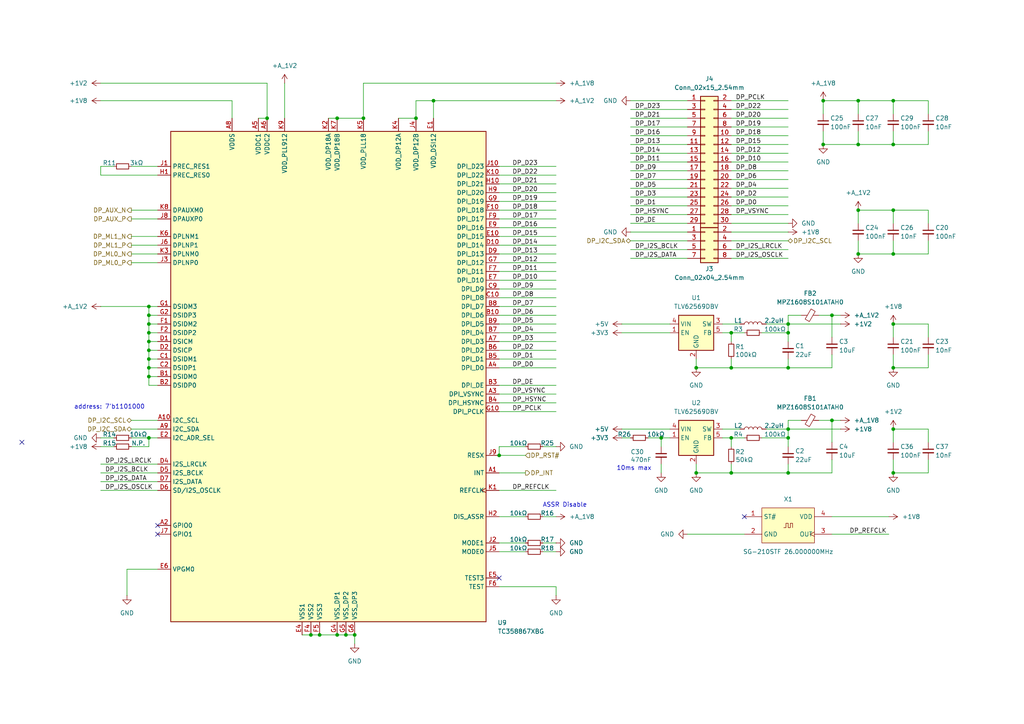
<source format=kicad_sch>
(kicad_sch (version 20250114) (generator "eeschema") (generator_version "9.0")
  (paper "A4")
  (lib_symbols
    (symbol "Connector_Generic:Conn_02x04_Odd_Even" (pin_names (offset 1.016) (hide yes))
      (property "Reference" "J" (at 1.27 5.08 0))
      (property "Value" "Conn_02x04_Odd_Even" (at 1.27 -7.62 0))
      (symbol "Conn_02x04_Odd_Even_1_1"
        (pin passive line (at -5.08 2.54 0) (length 3.81) (name "Pin_1") (number "1"))
        (pin passive line (at -5.08 0 0) (length 3.81) (name "Pin_3") (number "3"))
        (pin passive line (at -5.08 -2.54 0) (length 3.81) (name "Pin_5") (number "5"))
        (pin passive line (at -5.08 -5.08 0) (length 3.81) (name "Pin_7") (number "7"))
        (pin passive line (at 7.62 2.54 180) (length 3.81) (name "Pin_2") (number "2"))
        (pin passive line (at 7.62 0 180) (length 3.81) (name "Pin_4") (number "4"))
        (pin passive line (at 7.62 -2.54 180) (length 3.81) (name "Pin_6") (number "6"))
        (pin passive line (at 7.62 -5.08 180) (length 3.81) (name "Pin_8") (number "8"))
      )
    )
    (symbol "Connector_Generic:Conn_02x15_Odd_Even" (pin_names (offset 1.016) (hide yes))
      (property "Reference" "J" (at 1.27 20.32 0))
      (property "Value" "Conn_02x15_Odd_Even" (at 1.27 -20.32 0))
      (symbol "Conn_02x15_Odd_Even_1_1"
        (pin passive line (at -5.08 17.78 0) (length 3.81) (name "Pin_1") (number "1"))
        (pin passive line (at -5.08 15.24 0) (length 3.81) (name "Pin_3") (number "3"))
        (pin passive line (at -5.08 12.7 0) (length 3.81) (name "Pin_5") (number "5"))
        (pin passive line (at -5.08 10.16 0) (length 3.81) (name "Pin_7") (number "7"))
        (pin passive line (at -5.08 7.62 0) (length 3.81) (name "Pin_9") (number "9"))
        (pin passive line (at -5.08 5.08 0) (length 3.81) (name "Pin_11") (number "11"))
        (pin passive line (at -5.08 2.54 0) (length 3.81) (name "Pin_13") (number "13"))
        (pin passive line (at -5.08 0 0) (length 3.81) (name "Pin_15") (number "15"))
        (pin passive line (at -5.08 -2.54 0) (length 3.81) (name "Pin_17") (number "17"))
        (pin passive line (at -5.08 -5.08 0) (length 3.81) (name "Pin_19") (number "19"))
        (pin passive line (at -5.08 -7.62 0) (length 3.81) (name "Pin_21") (number "21"))
        (pin passive line (at -5.08 -10.16 0) (length 3.81) (name "Pin_23") (number "23"))
        (pin passive line (at -5.08 -12.7 0) (length 3.81) (name "Pin_25") (number "25"))
        (pin passive line (at -5.08 -15.24 0) (length 3.81) (name "Pin_27") (number "27"))
        (pin passive line (at -5.08 -17.78 0) (length 3.81) (name "Pin_29") (number "29"))
        (pin passive line (at 7.62 17.78 180) (length 3.81) (name "Pin_2") (number "2"))
        (pin passive line (at 7.62 15.24 180) (length 3.81) (name "Pin_4") (number "4"))
        (pin passive line (at 7.62 12.7 180) (length 3.81) (name "Pin_6") (number "6"))
        (pin passive line (at 7.62 10.16 180) (length 3.81) (name "Pin_8") (number "8"))
        (pin passive line (at 7.62 7.62 180) (length 3.81) (name "Pin_10") (number "10"))
        (pin passive line (at 7.62 5.08 180) (length 3.81) (name "Pin_12") (number "12"))
        (pin passive line (at 7.62 2.54 180) (length 3.81) (name "Pin_14") (number "14"))
        (pin passive line (at 7.62 0 180) (length 3.81) (name "Pin_16") (number "16"))
        (pin passive line (at 7.62 -2.54 180) (length 3.81) (name "Pin_18") (number "18"))
        (pin passive line (at 7.62 -5.08 180) (length 3.81) (name "Pin_20") (number "20"))
        (pin passive line (at 7.62 -7.62 180) (length 3.81) (name "Pin_22") (number "22"))
        (pin passive line (at 7.62 -10.16 180) (length 3.81) (name "Pin_24") (number "24"))
        (pin passive line (at 7.62 -12.7 180) (length 3.81) (name "Pin_26") (number "26"))
        (pin passive line (at 7.62 -15.24 180) (length 3.81) (name "Pin_28") (number "28"))
        (pin passive line (at 7.62 -17.78 180) (length 3.81) (name "Pin_30") (number "30"))
      )
    )
    (symbol "Device:C_Small" (pin_numbers (hide yes)) (pin_names (offset 0.254) (hide yes))
      (property "Reference" "C" (at 0.254 1.778 0))
      (property "Value" "C_Small" (at 0.254 -2.032 0))
      (symbol "C_Small_1_1"
        (pin passive line (at 0 2.54 270) (length 2.032) (name "~") (number "1"))
        (pin passive line (at 0 -2.54 90) (length 2.032) (name "~") (number "2"))
      )
    )
    (symbol "Device:FerriteBead_Small" (pin_numbers (hide yes)) (pin_names (offset 0))
      (property "Reference" "FB" (at 1.905 1.27 0))
      (property "Value" "FerriteBead_Small" (at 1.905 -1.27 0))
      (symbol "FerriteBead_Small_1_1"
        (pin passive line (at 0 2.54 270) (length 1.27) (name "~") (number "1"))
        (pin passive line (at 0 -2.54 90) (length 1.27) (name "~") (number "2"))
      )
    )
    (symbol "Device:L" (pin_numbers (hide yes)) (pin_names (offset 1.016) (hide yes))
      (property "Reference" "L" (at -1.27 0 90))
      (property "Value" "L" (at 1.905 0 90))
      (symbol "L_1_1"
        (pin passive line (at 0 3.81 270) (length 1.27) (name "1") (number "1"))
        (pin passive line (at 0 -3.81 90) (length 1.27) (name "2") (number "2"))
      )
    )
    (symbol "Device:R_Small" (pin_numbers (hide yes)) (pin_names (offset 0.254) (hide yes))
      (property "Reference" "R" (at 0.762 0.508 0))
      (property "Value" "R_Small" (at 0.762 -1.016 0))
      (symbol "R_Small_1_1"
        (pin passive line (at 0 2.54 270) (length 0.762) (name "~") (number "1"))
        (pin passive line (at 0 -2.54 90) (length 0.762) (name "~") (number "2"))
      )
    )
    (symbol "Regulator_Switching:TLV62569DBV"
      (property "Reference" "U" (at -5.08 6.35 0))
      (property "Value" "TLV62569DBV" (at 0 6.35 0))
      (symbol "TLV62569DBV_1_1"
        (pin power_in line (at -7.62 2.54 0) (length 2.54) (name "VIN") (number "4"))
        (pin input line (at -7.62 0 0) (length 2.54) (name "EN") (number "1"))
        (pin power_in line (at 0 -7.62 90) (length 2.54) (name "GND") (number "2"))
        (pin power_out line (at 7.62 2.54 180) (length 2.54) (name "SW") (number "3"))
        (pin input line (at 7.62 0 180) (length 2.54) (name "FB") (number "5"))
      )
    )
    (symbol "User:SG-210STF"
      (property "Reference" "X1" (at 0 7.62 0))
      (property "Value" "SG-210STF 26.000000MHz" (at 0 -7.62 0))
      (symbol "SG-210STF_1_0"
        (pin output line (at -12.7 2.54 0) (length 5.08) (name "ST#") (number "1"))
        (pin power_in line (at -12.7 -2.54 0) (length 5.08) (name "GND") (number "2"))
        (pin power_in line (at 12.7 2.54 180) (length 5.08) (name "VDD") (number "4"))
        (pin output clock (at 12.7 -2.54 180) (length 5.08) (name "OUT") (number "3"))
      )
    )
    (symbol "User:TC358867XBG"
      (property "Reference" "U9" (at 9.8141 -73.66 0))
      (property "Value" "TC358867XBG" (at 9.906 -76.2 0))
      (symbol "TC358867XBG_1_1"
        (pin bidirectional line (at -49.53 60.96 0) (length 3.81) (name "PREC_RES1") (number "J1"))
        (pin bidirectional line (at -49.53 58.42 0) (length 3.81) (name "PREC_RES0") (number "H1"))
        (pin output line (at -49.53 48.26 0) (length 3.81) (name "DPAUXM0") (number "K8"))
        (pin output line (at -49.53 45.72 0) (length 3.81) (name "DPAUXP0") (number "J8"))
        (pin output line (at -49.53 40.64 0) (length 3.81) (name "DPLNM1") (number "K6"))
        (pin output line (at -49.53 38.1 0) (length 3.81) (name "DPLNP1") (number "J6"))
        (pin output line (at -49.53 35.56 0) (length 3.81) (name "DPLNM0") (number "K3"))
        (pin output line (at -49.53 33.02 0) (length 3.81) (name "DPLNP0") (number "J3"))
        (pin input line (at -49.53 20.32 0) (length 3.81) (name "DSIDM3") (number "G1"))
        (pin input line (at -49.53 17.78 0) (length 3.81) (name "DSIDP3") (number "G2"))
        (pin input line (at -49.53 15.24 0) (length 3.81) (name "DSIDM2") (number "F1"))
        (pin input line (at -49.53 12.7 0) (length 3.81) (name "DSIDP2") (number "F2"))
        (pin input line (at -49.53 10.16 0) (length 3.81) (name "DSICM") (number "D1"))
        (pin input line (at -49.53 7.62 0) (length 3.81) (name "DSICP") (number "D2"))
        (pin input line (at -49.53 5.08 0) (length 3.81) (name "DSIDM1") (number "C1"))
        (pin input line (at -49.53 2.54 0) (length 3.81) (name "DSIDP1") (number "C2"))
        (pin input line (at -49.53 0 0) (length 3.81) (name "DSIDM0") (number "B1"))
        (pin input line (at -49.53 -2.54 0) (length 3.81) (name "DSIDP0") (number "B2"))
        (pin input line (at -49.53 -12.7 0) (length 3.81) (name "I2C_SCL") (number "A10"))
        (pin input line (at -49.53 -15.24 0) (length 3.81) (name "I2C_SDA") (number "A9"))
        (pin input line (at -49.53 -17.78 0) (length 3.81) (name "I2C_ADR_SEL") (number "E2"))
        (pin input line (at -49.53 -25.4 0) (length 3.81) (name "I2S_LRCLK") (number "D4"))
        (pin input line (at -49.53 -27.94 0) (length 3.81) (name "I2S_BCLK") (number "D5"))
        (pin input line (at -49.53 -30.48 0) (length 3.81) (name "I2S_DATA") (number "D7"))
        (pin input line (at -49.53 -33.02 0) (length 3.81) (name "SD/I2S_OSCLK") (number "D6"))
        (pin tri_state line (at -49.53 -43.18 0) (length 3.81) (name "GPIO0") (number "A2"))
        (pin tri_state line (at -49.53 -45.72 0) (length 3.81) (name "GPIO1") (number "J7"))
        (pin power_in line (at -49.53 -55.88 0) (length 3.81) (name "VPGM0") (number "E6"))
        (pin power_in line (at -27.94 74.93 270) (length 3.81) (name "VDDS") (number "A8"))
        (pin power_in line (at -20.32 74.93 270) (length 3.81) (name "VDDC1") (number "A5"))
        (pin power_in line (at -17.78 74.93 270) (length 3.81) (name "VDDC2") (number "A6"))
        (pin power_in line (at -12.7 74.93 270) (length 3.81) (name "VDD_PLL912") (number "K9"))
        (pin power_in line (at -7.62 -74.93 90) (length 3.81) (name "VSS1") (number "E4"))
        (pin power_in line (at -5.08 -74.93 90) (length 3.81) (name "VSS2") (number "F4"))
        (pin power_in line (at -2.54 -74.93 90) (length 3.81) (name "VSS3") (number "F5"))
        (pin power_in line (at 0 74.93 270) (length 3.81) (name "VDD_DP18A") (number "K2"))
        (pin power_in line (at 2.54 74.93 270) (length 3.81) (name "VDD_DP18B") (number "K7"))
        (pin power_in line (at 2.54 -74.93 90) (length 3.81) (name "VSS_DP1") (number "G4"))
        (pin power_in line (at 5.08 -74.93 90) (length 3.81) (name "VSS_DP2") (number "G5"))
        (pin power_in line (at 7.62 -74.93 90) (length 3.81) (name "VSS_DP3") (number "G6"))
        (pin power_in line (at 10.16 74.93 270) (length 3.81) (name "VDD_PLL18") (number "K5"))
        (pin power_in line (at 20.32 74.93 270) (length 3.81) (name "VDD_DP12A") (number "K4"))
        (pin power_in line (at 25.4 74.93 270) (length 3.81) (name "VDD_DP12B") (number "J4"))
        (pin power_in line (at 30.48 74.93 270) (length 3.81) (name "VDD_DSI12") (number "E1"))
        (pin output line (at 49.53 60.96 180) (length 3.81) (name "DPI_D23") (number "J10"))
        (pin output line (at 49.53 58.42 180) (length 3.81) (name "DPI_D22") (number "K10"))
        (pin output line (at 49.53 55.88 180) (length 3.81) (name "DPI_D21") (number "H10"))
        (pin output line (at 49.53 53.34 180) (length 3.81) (name "DPI_D20") (number "H9"))
        (pin output line (at 49.53 50.8 180) (length 3.81) (name "DPI_D19") (number "G9"))
        (pin output line (at 49.53 48.26 180) (length 3.81) (name "DPI_D18") (number "F10"))
        (pin output line (at 49.53 45.72 180) (length 3.81) (name "DPI_D17") (number "F9"))
        (pin output line (at 49.53 43.18 180) (length 3.81) (name "DPI_D16") (number "E9"))
        (pin output line (at 49.53 40.64 180) (length 3.81) (name "DPI_D15") (number "E10"))
        (pin output line (at 49.53 38.1 180) (length 3.81) (name "DPI_D14") (number "D10"))
        (pin output line (at 49.53 35.56 180) (length 3.81) (name "DPI_D13") (number "D9"))
        (pin output line (at 49.53 33.02 180) (length 3.81) (name "DPI_D12") (number "G7"))
        (pin output line (at 49.53 30.48 180) (length 3.81) (name "DPI_D11") (number "F7"))
        (pin output line (at 49.53 27.94 180) (length 3.81) (name "DPI_D10") (number "E7"))
        (pin output line (at 49.53 25.4 180) (length 3.81) (name "DPI_D9") (number "C9"))
        (pin output line (at 49.53 22.86 180) (length 3.81) (name "DPI_D8") (number "C10"))
        (pin output line (at 49.53 20.32 180) (length 3.81) (name "DPI_D7") (number "B8"))
        (pin output line (at 49.53 17.78 180) (length 3.81) (name "DPI_D6") (number "B10"))
        (pin output line (at 49.53 15.24 180) (length 3.81) (name "DPI_D5") (number "B9"))
        (pin output line (at 49.53 12.7 180) (length 3.81) (name "DPI_D4") (number "B7"))
        (pin output line (at 49.53 10.16 180) (length 3.81) (name "DPI_D3") (number "A7"))
        (pin output line (at 49.53 7.62 180) (length 3.81) (name "DPI_D2") (number "B6"))
        (pin output line (at 49.53 5.08 180) (length 3.81) (name "DPI_D1") (number "B5"))
        (pin output line (at 49.53 2.54 180) (length 3.81) (name "DPI_D0") (number "A4"))
        (pin output line (at 49.53 -2.54 180) (length 3.81) (name "DPI_DE") (number "B3"))
        (pin output line (at 49.53 -5.08 180) (length 3.81) (name "DPI_VSYNC") (number "A3"))
        (pin output line (at 49.53 -7.62 180) (length 3.81) (name "DPI_HSYNC") (number "B4"))
        (pin output line (at 49.53 -10.16 180) (length 3.81) (name "DPI_PCLK") (number "G10"))
        (pin input line (at 49.53 -22.86 180) (length 3.81) (name "RESX") (number "J9"))
        (pin output line (at 49.53 -27.94 180) (length 3.81) (name "INT") (number "A1"))
        (pin input clock (at 49.53 -33.02 180) (length 3.81) (name "REFCLK") (number "K1"))
        (pin input line (at 49.53 -40.64 180) (length 3.81) (name "DIS_ASSR") (number "H2"))
        (pin input line (at 49.53 -48.26 180) (length 3.81) (name "MODE1") (number "J2"))
        (pin input line (at 49.53 -50.8 180) (length 3.81) (name "MODE0") (number "J5"))
        (pin output line (at 49.53 -58.42 180) (length 3.81) (name "TEST3") (number "E5"))
        (pin input line (at 49.53 -60.96 180) (length 3.81) (name "TEST") (number "F6"))
      )
    )
    (symbol "power:+3V3" (power) (pin_numbers (hide yes)) (pin_names (offset 0) (hide yes))
      (property "Value" "+3V3" (at 0 3.556 0))
      (symbol "+3V3_1_1"
        (pin power_in line (at 0 0 90) (length 0) (name "~") (number "1"))
      )
    )
    (symbol "power:GND" (power) (pin_numbers (hide yes)) (pin_names (offset 0) (hide yes))
      (property "Value" "GND" (at 0 -3.81 0))
      (symbol "GND_1_1"
        (pin power_in line (at 0 0 270) (length 0) (name "~") (number "1"))
      )
    )
  )
  (text "ASSR Disable" (at 163.83 146.558 0) (effects (font (size 1.27 1.27))))
  (text "10ms max" (at 183.896 135.89 0) (effects (font (size 1.27 1.27))))
  (text "address: 7'b1101000" (at 31.75 118.11 0) (effects (font (size 1.27 1.27))))
  (junction (at 259.08 41.91))
  (junction (at 259.08 60.96))
  (junction (at 228.6 127))
  (junction (at 43.18 104.14))
  (junction (at 201.93 106.68))
  (junction (at 105.41 34.29))
  (junction (at 97.79 184.15))
  (junction (at 238.76 29.21))
  (junction (at 43.18 88.9))
  (junction (at 241.3 121.92))
  (junction (at 238.76 41.91))
  (junction (at 92.71 184.15))
  (junction (at 212.09 127))
  (junction (at 228.6 124.46))
  (junction (at 228.6 137.16))
  (junction (at 97.79 34.29))
  (junction (at 43.18 93.98))
  (junction (at 100.33 184.15))
  (junction (at 43.18 109.22))
  (junction (at 43.18 96.52))
  (junction (at 90.17 184.15))
  (junction (at 228.6 96.52))
  (junction (at 248.92 73.66))
  (junction (at 43.18 127))
  (junction (at 43.18 101.6))
  (junction (at 259.08 106.68))
  (junction (at 144.78 132.08))
  (junction (at 43.18 106.68))
  (junction (at 102.87 184.15))
  (junction (at 43.18 91.44))
  (junction (at 228.6 106.68))
  (junction (at 191.77 127))
  (junction (at 43.18 99.06))
  (junction (at 248.92 60.96))
  (junction (at 248.92 29.21))
  (junction (at 248.92 41.91))
  (junction (at 212.09 96.52))
  (junction (at 259.08 137.16))
  (junction (at 212.09 106.68))
  (junction (at 228.6 93.98))
  (junction (at 201.93 137.16))
  (junction (at 120.65 34.29))
  (junction (at 259.08 93.98))
  (junction (at 241.3 91.44))
  (junction (at 259.08 73.66))
  (junction (at 77.47 34.29))
  (junction (at 212.09 137.16))
  (junction (at 125.73 29.21))
  (junction (at 259.08 124.46))
  (junction (at 259.08 29.21))
  (no_connect (at 215.9 149.86))
  (no_connect (at 144.78 167.64))
  (no_connect (at 6.35 128.27))
  (no_connect (at 45.72 152.4))
  (no_connect (at 45.72 154.94))
  (wire (pts (xy 182.88 52.07) (xy 199.39 52.07)))
  (wire (pts (xy 92.71 184.15) (xy 97.79 184.15)))
  (wire (pts (xy 182.88 36.83) (xy 199.39 36.83)))
  (wire (pts (xy 259.08 60.96) (xy 259.08 64.77)))
  (wire (pts (xy 144.78 66.04) (xy 161.29 66.04)))
  (wire (pts (xy 43.18 106.68) (xy 43.18 104.14)))
  (wire (pts (xy 29.21 48.26) (xy 29.21 50.8)))
  (wire (pts (xy 144.78 68.58) (xy 161.29 68.58)))
  (wire (pts (xy 29.21 24.13) (xy 77.47 24.13)))
  (wire (pts (xy 38.1 63.5) (xy 45.72 63.5)))
  (wire (pts (xy 144.78 73.66) (xy 161.29 73.66)))
  (wire (pts (xy 259.08 133.35) (xy 259.08 137.16)))
  (wire (pts (xy 77.47 24.13) (xy 77.47 34.29)))
  (wire (pts (xy 241.3 121.92) (xy 241.3 128.27)))
  (wire (pts (xy 43.18 99.06) (xy 43.18 96.52)))
  (wire (pts (xy 87.63 184.15) (xy 90.17 184.15)))
  (wire (pts (xy 182.88 39.37) (xy 199.39 39.37)))
  (wire (pts (xy 161.29 29.21) (xy 125.73 29.21)))
  (wire (pts (xy 180.34 93.98) (xy 194.31 93.98)))
  (wire (pts (xy 212.09 41.91) (xy 228.6 41.91)))
  (wire (pts (xy 228.6 106.68) (xy 212.09 106.68)))
  (wire (pts (xy 38.1 73.66) (xy 45.72 73.66)))
  (wire (pts (xy 38.1 76.2) (xy 45.72 76.2)))
  (wire (pts (xy 144.78 106.68) (xy 161.29 106.68)))
  (wire (pts (xy 248.92 73.66) (xy 259.08 73.66)))
  (wire (pts (xy 228.6 96.52) (xy 228.6 93.98)))
  (wire (pts (xy 180.34 127) (xy 182.88 127)))
  (wire (pts (xy 45.72 111.76) (xy 43.18 111.76)))
  (wire (pts (xy 259.08 124.46) (xy 269.24 124.46)))
  (wire (pts (xy 222.25 93.98) (xy 228.6 93.98)))
  (wire (pts (xy 38.1 124.46) (xy 45.72 124.46)))
  (wire (pts (xy 241.3 154.94) (xy 257.81 154.94)))
  (wire (pts (xy 43.18 93.98) (xy 45.72 93.98)))
  (wire (pts (xy 182.88 74.93) (xy 199.39 74.93)))
  (wire (pts (xy 29.21 142.24) (xy 45.72 142.24)))
  (wire (pts (xy 43.18 106.68) (xy 45.72 106.68)))
  (wire (pts (xy 152.4 160.02) (xy 144.78 160.02)))
  (wire (pts (xy 105.41 24.13) (xy 105.41 34.29)))
  (wire (pts (xy 212.09 127) (xy 215.9 127)))
  (wire (pts (xy 212.09 36.83) (xy 228.6 36.83)))
  (wire (pts (xy 29.21 134.62) (xy 45.72 134.62)))
  (wire (pts (xy 220.98 127) (xy 228.6 127)))
  (wire (pts (xy 144.78 78.74) (xy 161.29 78.74)))
  (wire (pts (xy 212.09 57.15) (xy 228.6 57.15)))
  (wire (pts (xy 269.24 93.98) (xy 269.24 97.79)))
  (wire (pts (xy 43.18 96.52) (xy 45.72 96.52)))
  (wire (pts (xy 191.77 134.62) (xy 191.77 137.16)))
  (wire (pts (xy 182.88 64.77) (xy 199.39 64.77)))
  (wire (pts (xy 241.3 149.86) (xy 257.81 149.86)))
  (wire (pts (xy 38.1 121.92) (xy 45.72 121.92)))
  (wire (pts (xy 212.09 69.85) (xy 228.6 69.85)))
  (wire (pts (xy 43.18 93.98) (xy 43.18 91.44)))
  (wire (pts (xy 228.6 137.16) (xy 241.3 137.16)))
  (wire (pts (xy 269.24 124.46) (xy 269.24 128.27)))
  (wire (pts (xy 182.88 54.61) (xy 199.39 54.61)))
  (wire (pts (xy 241.3 91.44) (xy 241.3 97.79)))
  (wire (pts (xy 259.08 73.66) (xy 269.24 73.66)))
  (wire (pts (xy 152.4 157.48) (xy 144.78 157.48)))
  (wire (pts (xy 269.24 38.1) (xy 269.24 41.91)))
  (wire (pts (xy 43.18 111.76) (xy 43.18 109.22)))
  (wire (pts (xy 152.4 149.86) (xy 144.78 149.86)))
  (wire (pts (xy 228.6 96.52) (xy 228.6 99.06)))
  (wire (pts (xy 237.49 91.44) (xy 241.3 91.44)))
  (wire (pts (xy 228.6 121.92) (xy 228.6 124.46)))
  (wire (pts (xy 220.98 96.52) (xy 228.6 96.52)))
  (wire (pts (xy 182.88 44.45) (xy 199.39 44.45)))
  (wire (pts (xy 212.09 59.69) (xy 228.6 59.69)))
  (wire (pts (xy 144.78 83.82) (xy 161.29 83.82)))
  (wire (pts (xy 237.49 121.92) (xy 241.3 121.92)))
  (wire (pts (xy 67.31 29.21) (xy 67.31 34.29)))
  (wire (pts (xy 228.6 124.46) (xy 243.84 124.46)))
  (wire (pts (xy 38.1 129.54) (xy 43.18 129.54)))
  (wire (pts (xy 228.6 93.98) (xy 243.84 93.98)))
  (wire (pts (xy 269.24 69.85) (xy 269.24 73.66)))
  (wire (pts (xy 144.78 104.14) (xy 161.29 104.14)))
  (wire (pts (xy 259.08 69.85) (xy 259.08 73.66)))
  (wire (pts (xy 238.76 41.91) (xy 248.92 41.91)))
  (wire (pts (xy 144.78 101.6) (xy 161.29 101.6)))
  (wire (pts (xy 212.09 127) (xy 212.09 129.54)))
  (wire (pts (xy 212.09 49.53) (xy 228.6 49.53)))
  (wire (pts (xy 269.24 133.35) (xy 269.24 137.16)))
  (wire (pts (xy 43.18 109.22) (xy 45.72 109.22)))
  (wire (pts (xy 144.78 63.5) (xy 161.29 63.5)))
  (wire (pts (xy 180.34 124.46) (xy 194.31 124.46)))
  (wire (pts (xy 182.88 59.69) (xy 199.39 59.69)))
  (wire (pts (xy 212.09 54.61) (xy 228.6 54.61)))
  (wire (pts (xy 241.3 121.92) (xy 243.84 121.92)))
  (wire (pts (xy 180.34 96.52) (xy 194.31 96.52)))
  (wire (pts (xy 115.57 34.29) (xy 120.65 34.29)))
  (wire (pts (xy 228.6 91.44) (xy 228.6 93.98)))
  (wire (pts (xy 36.83 165.1) (xy 36.83 172.72)))
  (wire (pts (xy 199.39 154.94) (xy 215.9 154.94)))
  (wire (pts (xy 38.1 68.58) (xy 45.72 68.58)))
  (wire (pts (xy 97.79 184.15) (xy 100.33 184.15)))
  (wire (pts (xy 259.08 102.87) (xy 259.08 106.68)))
  (wire (pts (xy 269.24 60.96) (xy 269.24 64.77)))
  (wire (pts (xy 43.18 104.14) (xy 45.72 104.14)))
  (wire (pts (xy 212.09 74.93) (xy 228.6 74.93)))
  (wire (pts (xy 212.09 44.45) (xy 228.6 44.45)))
  (wire (pts (xy 144.78 96.52) (xy 161.29 96.52)))
  (wire (pts (xy 228.6 104.14) (xy 228.6 106.68)))
  (wire (pts (xy 100.33 184.15) (xy 102.87 184.15)))
  (wire (pts (xy 144.78 119.38) (xy 161.29 119.38)))
  (wire (pts (xy 144.78 111.76) (xy 161.29 111.76)))
  (wire (pts (xy 182.88 67.31) (xy 199.39 67.31)))
  (wire (pts (xy 95.25 34.29) (xy 97.79 34.29)))
  (wire (pts (xy 212.09 96.52) (xy 212.09 99.06)))
  (wire (pts (xy 191.77 127) (xy 194.31 127)))
  (wire (pts (xy 248.92 29.21) (xy 248.92 33.02)))
  (wire (pts (xy 161.29 129.54) (xy 157.48 129.54)))
  (wire (pts (xy 259.08 93.98) (xy 269.24 93.98)))
  (wire (pts (xy 43.18 101.6) (xy 43.18 99.06)))
  (wire (pts (xy 228.6 137.16) (xy 212.09 137.16)))
  (wire (pts (xy 248.92 41.91) (xy 259.08 41.91)))
  (wire (pts (xy 144.78 99.06) (xy 161.29 99.06)))
  (wire (pts (xy 144.78 116.84) (xy 161.29 116.84)))
  (wire (pts (xy 248.92 60.96) (xy 259.08 60.96)))
  (wire (pts (xy 259.08 60.96) (xy 269.24 60.96)))
  (wire (pts (xy 144.78 132.08) (xy 152.4 132.08)))
  (wire (pts (xy 144.78 55.88) (xy 161.29 55.88)))
  (wire (pts (xy 161.29 149.86) (xy 157.48 149.86)))
  (wire (pts (xy 201.93 104.14) (xy 201.93 106.68)))
  (wire (pts (xy 29.21 29.21) (xy 67.31 29.21)))
  (wire (pts (xy 212.09 104.14) (xy 212.09 106.68)))
  (wire (pts (xy 248.92 60.96) (xy 248.92 64.77)))
  (wire (pts (xy 144.78 53.34) (xy 161.29 53.34)))
  (wire (pts (xy 187.96 127) (xy 191.77 127)))
  (wire (pts (xy 144.78 142.24) (xy 161.29 142.24)))
  (wire (pts (xy 82.55 24.13) (xy 82.55 34.29)))
  (wire (pts (xy 212.09 67.31) (xy 228.6 67.31)))
  (wire (pts (xy 228.6 91.44) (xy 232.41 91.44)))
  (wire (pts (xy 182.88 31.75) (xy 199.39 31.75)))
  (wire (pts (xy 212.09 72.39) (xy 228.6 72.39)))
  (wire (pts (xy 144.78 88.9) (xy 161.29 88.9)))
  (wire (pts (xy 259.08 106.68) (xy 269.24 106.68)))
  (wire (pts (xy 29.21 139.7) (xy 45.72 139.7)))
  (wire (pts (xy 201.93 134.62) (xy 201.93 137.16)))
  (wire (pts (xy 90.17 184.15) (xy 92.71 184.15)))
  (wire (pts (xy 29.21 50.8) (xy 45.72 50.8)))
  (wire (pts (xy 248.92 69.85) (xy 248.92 73.66)))
  (wire (pts (xy 182.88 29.21) (xy 199.39 29.21)))
  (wire (pts (xy 182.88 46.99) (xy 199.39 46.99)))
  (wire (pts (xy 182.88 72.39) (xy 199.39 72.39)))
  (wire (pts (xy 144.78 76.2) (xy 161.29 76.2)))
  (wire (pts (xy 43.18 101.6) (xy 45.72 101.6)))
  (wire (pts (xy 269.24 102.87) (xy 269.24 106.68)))
  (wire (pts (xy 259.08 137.16) (xy 269.24 137.16)))
  (wire (pts (xy 259.08 124.46) (xy 259.08 128.27)))
  (wire (pts (xy 144.78 48.26) (xy 161.29 48.26)))
  (wire (pts (xy 120.65 29.21) (xy 120.65 34.29)))
  (wire (pts (xy 161.29 157.48) (xy 157.48 157.48)))
  (wire (pts (xy 259.08 29.21) (xy 269.24 29.21)))
  (wire (pts (xy 212.09 46.99) (xy 228.6 46.99)))
  (wire (pts (xy 212.09 29.21) (xy 228.6 29.21)))
  (wire (pts (xy 144.78 93.98) (xy 161.29 93.98)))
  (wire (pts (xy 212.09 62.23) (xy 228.6 62.23)))
  (wire (pts (xy 209.55 96.52) (xy 212.09 96.52)))
  (wire (pts (xy 212.09 52.07) (xy 228.6 52.07)))
  (wire (pts (xy 228.6 127) (xy 228.6 129.54)))
  (wire (pts (xy 241.3 102.87) (xy 241.3 106.68)))
  (wire (pts (xy 38.1 71.12) (xy 45.72 71.12)))
  (wire (pts (xy 144.78 129.54) (xy 144.78 132.08)))
  (wire (pts (xy 228.6 134.62) (xy 228.6 137.16)))
  (wire (pts (xy 238.76 29.21) (xy 238.76 33.02)))
  (wire (pts (xy 29.21 127) (xy 33.02 127)))
  (wire (pts (xy 144.78 91.44) (xy 161.29 91.44)))
  (wire (pts (xy 212.09 34.29) (xy 228.6 34.29)))
  (wire (pts (xy 43.18 99.06) (xy 45.72 99.06)))
  (wire (pts (xy 161.29 24.13) (xy 105.41 24.13)))
  (wire (pts (xy 144.78 58.42) (xy 161.29 58.42)))
  (wire (pts (xy 161.29 170.18) (xy 161.29 172.72)))
  (wire (pts (xy 191.77 127) (xy 191.77 129.54)))
  (wire (pts (xy 43.18 96.52) (xy 43.18 93.98)))
  (wire (pts (xy 238.76 38.1) (xy 238.76 41.91)))
  (wire (pts (xy 182.88 49.53) (xy 199.39 49.53)))
  (wire (pts (xy 182.88 57.15) (xy 199.39 57.15)))
  (wire (pts (xy 209.55 127) (xy 212.09 127)))
  (wire (pts (xy 125.73 29.21) (xy 120.65 29.21)))
  (wire (pts (xy 161.29 160.02) (xy 157.48 160.02)))
  (wire (pts (xy 228.6 121.92) (xy 232.41 121.92)))
  (wire (pts (xy 238.76 29.21) (xy 248.92 29.21)))
  (wire (pts (xy 259.08 41.91) (xy 269.24 41.91)))
  (wire (pts (xy 212.09 39.37) (xy 228.6 39.37)))
  (wire (pts (xy 144.78 170.18) (xy 161.29 170.18)))
  (wire (pts (xy 29.21 88.9) (xy 43.18 88.9)))
  (wire (pts (xy 43.18 91.44) (xy 45.72 91.44)))
  (wire (pts (xy 102.87 184.15) (xy 102.87 186.69)))
  (wire (pts (xy 29.21 137.16) (xy 45.72 137.16)))
  (wire (pts (xy 201.93 137.16) (xy 212.09 137.16)))
  (wire (pts (xy 241.3 133.35) (xy 241.3 137.16)))
  (wire (pts (xy 152.4 129.54) (xy 144.78 129.54)))
  (wire (pts (xy 97.79 34.29) (xy 105.41 34.29)))
  (wire (pts (xy 144.78 137.16) (xy 152.4 137.16)))
  (wire (pts (xy 144.78 71.12) (xy 161.29 71.12)))
  (wire (pts (xy 209.55 93.98) (xy 214.63 93.98)))
  (wire (pts (xy 144.78 114.3) (xy 161.29 114.3)))
  (wire (pts (xy 212.09 31.75) (xy 228.6 31.75)))
  (wire (pts (xy 209.55 124.46) (xy 214.63 124.46)))
  (wire (pts (xy 74.93 34.29) (xy 77.47 34.29)))
  (wire (pts (xy 228.6 127) (xy 228.6 124.46)))
  (wire (pts (xy 29.21 129.54) (xy 33.02 129.54)))
  (wire (pts (xy 38.1 127) (xy 43.18 127)))
  (wire (pts (xy 222.25 124.46) (xy 228.6 124.46)))
  (wire (pts (xy 43.18 109.22) (xy 43.18 106.68)))
  (wire (pts (xy 182.88 69.85) (xy 199.39 69.85)))
  (wire (pts (xy 248.92 29.21) (xy 259.08 29.21)))
  (wire (pts (xy 259.08 93.98) (xy 259.08 97.79)))
  (wire (pts (xy 228.6 106.68) (xy 241.3 106.68)))
  (wire (pts (xy 182.88 34.29) (xy 199.39 34.29)))
  (wire (pts (xy 43.18 127) (xy 43.18 129.54)))
  (wire (pts (xy 259.08 29.21) (xy 259.08 33.02)))
  (wire (pts (xy 43.18 91.44) (xy 43.18 88.9)))
  (wire (pts (xy 144.78 50.8) (xy 161.29 50.8)))
  (wire (pts (xy 212.09 134.62) (xy 212.09 137.16)))
  (wire (pts (xy 259.08 38.1) (xy 259.08 41.91)))
  (wire (pts (xy 38.1 60.96) (xy 45.72 60.96)))
  (wire (pts (xy 43.18 104.14) (xy 43.18 101.6)))
  (wire (pts (xy 248.92 38.1) (xy 248.92 41.91)))
  (wire (pts (xy 201.93 106.68) (xy 212.09 106.68)))
  (wire (pts (xy 212.09 96.52) (xy 215.9 96.52)))
  (wire (pts (xy 38.1 48.26) (xy 45.72 48.26)))
  (wire (pts (xy 269.24 29.21) (xy 269.24 33.02)))
  (wire (pts (xy 125.73 29.21) (xy 125.73 34.29)))
  (wire (pts (xy 182.88 62.23) (xy 199.39 62.23)))
  (wire (pts (xy 43.18 127) (xy 45.72 127)))
  (wire (pts (xy 212.09 64.77) (xy 228.6 64.77)))
  (wire (pts (xy 36.83 165.1) (xy 45.72 165.1)))
  (wire (pts (xy 241.3 91.44) (xy 243.84 91.44)))
  (wire (pts (xy 144.78 81.28) (xy 161.29 81.28)))
  (wire (pts (xy 33.02 48.26) (xy 29.21 48.26)))
  (wire (pts (xy 144.78 60.96) (xy 161.29 60.96)))
  (wire (pts (xy 144.78 86.36) (xy 161.29 86.36)))
  (wire (pts (xy 182.88 41.91) (xy 199.39 41.91)))
  (wire (pts (xy 43.18 88.9) (xy 45.72 88.9)))
  (label "DP_D13" (at 148.59 73.66 0))
  (label "DP_D23" (at 148.59 48.26 0))
  (label "DP_D11" (at 148.59 78.74 0))
  (label "DP_I2S_BCLK" (at 30.48 137.16 0))
  (label "DP_D5" (at 148.59 93.98 0))
  (label "DP_D5" (at 184.15 54.61 0))
  (label "DP_REFCLK" (at 246.38 154.94 0))
  (label "DP_D20" (at 213.36 34.29 0))
  (label "DP_D10" (at 148.59 81.28 0))
  (label "DP_D4" (at 148.59 96.52 0))
  (label "DP_D8" (at 148.59 86.36 0))
  (label "DP_I2S_OSCLK" (at 30.48 142.24 0))
  (label "DP_D12" (at 213.36 44.45 0))
  (label "DP_I2S_LRCLK" (at 213.36 72.39 0))
  (label "DP_D1" (at 148.59 104.14 0))
  (label "DP_PCLK" (at 148.59 119.38 0))
  (label "DP_I2S_DATA" (at 184.15 74.93 0))
  (label "DP_D13" (at 184.15 41.91 0))
  (label "DP_D18" (at 213.36 39.37 0))
  (label "DP_D16" (at 148.59 66.04 0))
  (label "DP_D7" (at 184.15 52.07 0))
  (label "DP_I2S_DATA" (at 30.48 139.7 0))
  (label "DP_D9" (at 148.59 83.82 0))
  (label "DP_DE" (at 148.59 111.76 0))
  (label "DP_D20" (at 148.59 55.88 0))
  (label "DP_D12" (at 148.59 76.2 0))
  (label "DP_D3" (at 184.15 57.15 0))
  (label "DP_D19" (at 148.59 58.42 0))
  (label "DP_D6" (at 213.36 52.07 0))
  (label "DP_D4" (at 213.36 54.61 0))
  (label "DP_REFCLK" (at 148.59 142.24 0))
  (label "DP_D19" (at 213.36 36.83 0))
  (label "DP_DE" (at 184.15 64.77 0))
  (label "DP_D15" (at 148.59 68.58 0))
  (label "DP_I2S_LRCLK" (at 30.48 134.62 0))
  (label "DP_D21" (at 148.59 53.34 0))
  (label "DP_D14" (at 184.15 44.45 0))
  (label "DP_D7" (at 148.59 88.9 0))
  (label "DP_D17" (at 148.59 63.5 0))
  (label "DP_D2" (at 213.36 57.15 0))
  (label "DP_I2S_OSCLK" (at 213.36 74.93 0))
  (label "DP_HSYNC" (at 148.59 116.84 0))
  (label "DP_D18" (at 148.59 60.96 0))
  (label "DP_D23" (at 184.15 31.75 0))
  (label "DP_D11" (at 184.15 46.99 0))
  (label "DP_D22" (at 213.36 31.75 0))
  (label "DP_PCLK" (at 213.36 29.21 0))
  (label "DP_D15" (at 213.36 41.91 0))
  (label "DP_D2" (at 148.59 101.6 0))
  (label "DP_D0" (at 148.59 106.68 0))
  (label "DP_D9" (at 184.15 49.53 0))
  (label "DP_I2S_BCLK" (at 184.15 72.39 0))
  (label "DP_D0" (at 213.36 59.69 0))
  (label "DP_HSYNC" (at 184.15 62.23 0))
  (label "DP_VSYNC" (at 148.59 114.3 0))
  (label "DP_D3" (at 148.59 99.06 0))
  (label "DP_D6" (at 148.59 91.44 0))
  (label "DP_D8" (at 213.36 49.53 0))
  (label "DP_D21" (at 184.15 34.29 0))
  (label "DP_D1" (at 184.15 59.69 0))
  (label "DP_D10" (at 213.36 46.99 0))
  (label "DP_VSYNC" (at 213.36 62.23 0))
  (label "DP_D16" (at 184.15 39.37 0))
  (label "DP_D14" (at 148.59 71.12 0))
  (label "DP_D22" (at 148.59 50.8 0))
  (label "DP_D17" (at 184.15 36.83 0))
  (hierarchical_label "DP_ML1_N" (shape output) (at 38.1 68.58 180))
  (hierarchical_label "DP_I2C_SDA" (shape bidirectional) (at 38.1 124.46 180))
  (hierarchical_label "DP_AUX_N" (shape output) (at 38.1 60.96 180))
  (hierarchical_label "DP_INT" (shape output) (at 152.4 137.16 0))
  (hierarchical_label "DP_ML1_P" (shape output) (at 38.1 71.12 180))
  (hierarchical_label "DP_I2C_SCL" (shape bidirectional) (at 38.1 121.92 180))
  (hierarchical_label "DP_I2C_SDA" (shape bidirectional) (at 182.88 69.85 180))
  (hierarchical_label "DP_ML0_N" (shape output) (at 38.1 73.66 180))
  (hierarchical_label "DP_RST#" (shape input) (at 152.4 132.08 0))
  (hierarchical_label "DP_AUX_P" (shape output) (at 38.1 63.5 180))
  (hierarchical_label "DP_I2C_SCL" (shape bidirectional) (at 228.6 69.85 0))
  (hierarchical_label "DP_ML0_P" (shape output) (at 38.1 76.2 180))
  (symbol (lib_id "Device:C_Small") (at 248.92 35.56 0) (unit 1)
    (property "Reference" "C27" (at 250.952 34.29 0) (effects (justify left)))
    (property "Value" "10nF" (at 250.952 36.83 0) (effects (justify left)))
    (property "Footprint" "Capacitor_SMD:C_0402_1005Metric" (effects (hide yes)))
    (property "Description" "Unpolarized capacitor, small symbol" (effects (hide yes)))
  )
  (symbol (lib_id "power:+3V3") (at 82.55 24.13 0) (unit 1)
    (property "Reference" "#PWR051" (effects (hide yes)))
    (property "Value" "+A_1V2" (at 82.55 19.05 0))
    (property "Description" "Power symbol creates a global label with name \"+3V3\"" (effects (hide yes)))
  )
  (symbol (lib_id "power:+3V3") (at 180.34 93.98 90) (mirror x) (unit 1)
    (property "Reference" "#PWR02" (effects (hide yes)))
    (property "Value" "+5V" (at 176.53 93.9799 90) (effects (justify left)))
    (property "Description" "Power symbol creates a global label with name \"+3V3\"" (effects (hide yes)))
  )
  (symbol (lib_id "power:+3V3") (at 180.34 124.46 90) (mirror x) (unit 1)
    (property "Reference" "#PWR03" (effects (hide yes)))
    (property "Value" "+5V" (at 176.53 124.4599 90) (effects (justify left)))
    (property "Description" "Power symbol creates a global label with name \"+3V3\"" (effects (hide yes)))
  )
  (symbol (lib_id "power:GND") (at 259.08 137.16 0) (unit 1)
    (property "Reference" "#PWR056" (effects (hide yes)))
    (property "Value" "GND" (at 259.08 142.24 0))
    (property "Description" "Power symbol creates a global label with name \"GND\" , ground" (effects (hide yes)))
  )
  (symbol (lib_id "power:+3V3") (at 180.34 127 90) (unit 1)
    (property "Reference" "#PWR038" (effects (hide yes)))
    (property "Value" "+3V3" (at 176.53 126.9999 90) (effects (justify left)))
    (property "Description" "Power symbol creates a global label with name \"+3V3\"" (effects (hide yes)))
  )
  (symbol (lib_id "Device:R_Small") (at 218.44 127 90) (unit 1)
    (property "Reference" "R4" (at 214.122 125.984 90))
    (property "Value" "100kΩ" (at 224.79 125.984 90))
    (property "Footprint" "Resistor_SMD:R_0402_1005Metric" (effects (hide yes)))
    (property "Description" "Resistor, small symbol" (effects (hide yes)))
  )
  (symbol (lib_id "power:+3V3") (at 29.21 129.54 90) (unit 1)
    (property "Reference" "#PWR043" (effects (hide yes)))
    (property "Value" "+1V8" (at 25.4 129.5399 90) (effects (justify left)))
    (property "Description" "Power symbol creates a global label with name \"+3V3\"" (effects (hide yes)))
  )
  (symbol (lib_id "power:+3V3") (at 243.84 91.44 270) (unit 1)
    (property "Reference" "#PWR080" (effects (hide yes)))
    (property "Value" "+A_1V2" (at 247.65 91.4399 90) (effects (justify left)))
    (property "Description" "Power symbol creates a global label with name \"+3V3\"" (effects (hide yes)))
  )
  (symbol (lib_id "Device:C_Small") (at 259.08 100.33 0) (unit 1)
    (property "Reference" "C21" (at 261.112 99.06 0) (effects (justify left)))
    (property "Value" "100nF" (at 261.112 101.6 0) (effects (justify left)))
    (property "Footprint" "Capacitor_SMD:C_0402_1005Metric" (effects (hide yes)))
    (property "Description" "Unpolarized capacitor, small symbol" (effects (hide yes)))
  )
  (symbol (lib_id "power:GND") (at 161.29 157.48 90) (unit 1)
    (property "Reference" "#PWR046" (effects (hide yes)))
    (property "Value" "GND" (at 165.1 157.4799 90) (effects (justify right)))
    (property "Description" "Power symbol creates a global label with name \"GND\" , ground" (effects (hide yes)))
  )
  (symbol (lib_id "Device:C_Small") (at 191.77 132.08 0) (unit 1)
    (property "Reference" "C30" (at 182.88 131.064 0) (effects (justify left)))
    (property "Value" "470nF" (at 182.88 133.35 0) (effects (justify left)))
    (property "Footprint" "Capacitor_SMD:C_0402_1005Metric" (effects (hide yes)))
    (property "Description" "Unpolarized capacitor, small symbol" (effects (hide yes)))
  )
  (symbol (lib_id "power:+3V3") (at 161.29 29.21 270) (unit 1)
    (property "Reference" "#PWR036" (effects (hide yes)))
    (property "Value" "+A_1V2" (at 165.1 29.2099 90) (effects (justify left)))
    (property "Description" "Power symbol creates a global label with name \"+3V3\"" (effects (hide yes)))
  )
  (symbol (lib_id "Device:C_Small") (at 228.6 101.6 0) (unit 1)
    (property "Reference" "C1" (at 230.632 100.33 0) (effects (justify left)))
    (property "Value" "22uF" (at 230.632 102.87 0) (effects (justify left)))
    (property "Footprint" "Capacitor_SMD:C_0603_1608Metric" (effects (hide yes)))
    (property "Description" "Unpolarized capacitor, small symbol" (effects (hide yes)))
  )
  (symbol (lib_id "power:GND") (at 199.39 154.94 270) (unit 1)
    (property "Reference" "#PWR064" (effects (hide yes)))
    (property "Value" "GND" (at 195.58 154.9399 90) (effects (justify right)))
    (property "Description" "Power symbol creates a global label with name \"GND\" , ground" (effects (hide yes)))
  )
  (symbol (lib_id "Device:R_Small") (at 218.44 96.52 90) (unit 1)
    (property "Reference" "R3" (at 214.122 95.504 90))
    (property "Value" "100kΩ" (at 224.79 95.504 90))
    (property "Footprint" "Resistor_SMD:R_0402_1005Metric" (effects (hide yes)))
    (property "Description" "Resistor, small symbol" (effects (hide yes)))
  )
  (symbol (lib_id "power:GND") (at 29.21 127 270) (mirror x) (unit 1)
    (property "Reference" "#PWR042" (effects (hide yes)))
    (property "Value" "GND" (at 25.4 126.9999 90) (effects (justify right)))
    (property "Description" "Power symbol creates a global label with name \"GND\" , ground" (effects (hide yes)))
  )
  (symbol (lib_id "Device:R_Small") (at 212.09 101.6 0) (unit 1)
    (property "Reference" "R1" (at 214.63 100.584 0))
    (property "Value" "100kΩ" (at 216.408 102.87 0))
    (property "Footprint" "Resistor_SMD:R_0402_1005Metric" (effects (hide yes)))
    (property "Description" "Resistor, small symbol" (effects (hide yes)))
  )
  (symbol (lib_id "Device:C_Small") (at 269.24 35.56 0) (unit 1)
    (property "Reference" "C28" (at 271.272 34.29 0) (effects (justify left)))
    (property "Value" "10nF" (at 271.272 36.83 0) (effects (justify left)))
    (property "Footprint" "Capacitor_SMD:C_0402_1005Metric" (effects (hide yes)))
    (property "Description" "Unpolarized capacitor, small symbol" (effects (hide yes)))
  )
  (symbol (lib_id "power:+3V3") (at 243.84 124.46 270) (unit 1)
    (property "Reference" "#PWR09" (effects (hide yes)))
    (property "Value" "+1V8" (at 247.65 124.4599 90) (effects (justify left)))
    (property "Description" "Power symbol creates a global label with name \"+3V3\"" (effects (hide yes)))
  )
  (symbol (lib_id "power:GND") (at 182.88 29.21 270) (unit 1)
    (property "Reference" "#PWR033" (effects (hide yes)))
    (property "Value" "GND" (at 179.07 29.2099 90) (effects (justify right)))
    (property "Description" "Power symbol creates a global label with name \"GND\" , ground" (effects (hide yes)))
  )
  (symbol (lib_id "power:+3V3") (at 257.81 149.86 270) (unit 1)
    (property "Reference" "#PWR065" (effects (hide yes)))
    (property "Value" "+1V8" (at 261.62 149.8599 90) (effects (justify left)))
    (property "Description" "Power symbol creates a global label with name \"+3V3\"" (effects (hide yes)))
  )
  (symbol (lib_id "Device:R_Small") (at 154.94 157.48 270) (mirror x) (unit 1)
    (property "Reference" "R17" (at 158.75 156.464 90))
    (property "Value" "10kΩ" (at 150.368 156.464 90))
    (property "Footprint" "Resistor_SMD:R_0402_1005Metric" (effects (hide yes)))
    (property "Description" "Resistor, small symbol" (effects (hide yes)))
  )
  (symbol (lib_id "power:GND") (at 201.93 137.16 0) (unit 1)
    (property "Reference" "#PWR06" (effects (hide yes)))
    (property "Value" "GND" (at 201.93 142.24 0))
    (property "Description" "Power symbol creates a global label with name \"GND\" , ground" (effects (hide yes)))
  )
  (symbol (lib_id "Device:R_Small") (at 35.56 127 90) (unit 1)
    (property "Reference" "R14" (at 31.75 125.984 90))
    (property "Value" "10kΩ" (at 40.132 125.984 90))
    (property "Footprint" "Resistor_SMD:R_0402_1005Metric" (effects (hide yes)))
    (property "Description" "Resistor, small symbol" (effects (hide yes)))
  )
  (symbol (lib_id "power:+3V3") (at 180.34 96.52 90) (unit 1)
    (property "Reference" "#PWR048" (effects (hide yes)))
    (property "Value" "+3V3" (at 176.53 96.5199 90) (effects (justify left)))
    (property "Description" "Power symbol creates a global label with name \"+3V3\"" (effects (hide yes)))
  )
  (symbol (lib_id "Device:C_Small") (at 238.76 35.56 0) (unit 1)
    (property "Reference" "C25" (at 240.792 34.29 0) (effects (justify left)))
    (property "Value" "100nF" (at 240.792 36.83 0) (effects (justify left)))
    (property "Footprint" "Capacitor_SMD:C_0402_1005Metric" (effects (hide yes)))
    (property "Description" "Unpolarized capacitor, small symbol" (effects (hide yes)))
  )
  (symbol (lib_id "Device:R_Small") (at 154.94 129.54 270) (mirror x) (unit 1)
    (property "Reference" "R25" (at 158.75 128.524 90))
    (property "Value" "10kΩ" (at 150.368 128.524 90))
    (property "Footprint" "Resistor_SMD:R_0402_1005Metric" (effects (hide yes)))
    (property "Description" "Resistor, small symbol" (effects (hide yes)))
  )
  (symbol (lib_id "power:GND") (at 161.29 160.02 90) (unit 1)
    (property "Reference" "#PWR045" (effects (hide yes)))
    (property "Value" "GND" (at 165.1 160.0199 90) (effects (justify right)))
    (property "Description" "Power symbol creates a global label with name \"GND\" , ground" (effects (hide yes)))
  )
  (symbol (lib_id "power:GND") (at 248.92 73.66 0) (unit 1)
    (property "Reference" "#PWR053" (effects (hide yes)))
    (property "Value" "GND" (at 248.92 78.74 0))
    (property "Description" "Power symbol creates a global label with name \"GND\" , ground" (effects (hide yes)))
  )
  (symbol (lib_id "Device:C_Small") (at 269.24 100.33 0) (unit 1)
    (property "Reference" "C23" (at 271.272 99.06 0) (effects (justify left)))
    (property "Value" "10nF" (at 271.272 101.6 0) (effects (justify left)))
    (property "Footprint" "Capacitor_SMD:C_0402_1005Metric" (effects (hide yes)))
    (property "Description" "Unpolarized capacitor, small symbol" (effects (hide yes)))
  )
  (symbol (lib_id "Device:FerriteBead_Small") (at 234.95 121.92 270) (unit 1)
    (property "Reference" "FB1" (at 234.9881 115.57 90))
    (property "Value" "MPZ1608S101ATAH0" (at 234.9881 118.11 90))
    (property "Footprint" "Inductor_SMD:L_0603_1608Metric" (effects (hide yes)))
    (property "Description" "Ferrite bead, small symbol" (effects (hide yes)))
  )
  (symbol (lib_id "power:GND") (at 161.29 129.54 90) (unit 1)
    (property "Reference" "#PWR07" (effects (hide yes)))
    (property "Value" "GND" (at 165.1 129.5399 90) (effects (justify right)))
    (property "Description" "Power symbol creates a global label with name \"GND\" , ground" (effects (hide yes)))
  )
  (symbol (lib_id "power:GND") (at 182.88 67.31 270) (mirror x) (unit 1)
    (property "Reference" "#PWR040" (effects (hide yes)))
    (property "Value" "GND" (at 179.07 67.3099 90) (effects (justify right)))
    (property "Description" "Power symbol creates a global label with name \"GND\" , ground" (effects (hide yes)))
  )
  (symbol (lib_id "power:+3V3") (at 259.08 93.98 0) (unit 1)
    (property "Reference" "#PWR049" (effects (hide yes)))
    (property "Value" "+1V8" (at 259.08 88.9 0))
    (property "Description" "Power symbol creates a global label with name \"+3V3\"" (effects (hide yes)))
  )
  (symbol (lib_id "power:GND") (at 102.87 186.69 0) (unit 1)
    (property "Reference" "#PWR030" (effects (hide yes)))
    (property "Value" "GND" (at 102.87 191.77 0))
    (property "Description" "Power symbol creates a global label with name \"GND\" , ground" (effects (hide yes)))
  )
  (symbol (lib_id "Device:C_Small") (at 259.08 35.56 0) (unit 1)
    (property "Reference" "C29" (at 261.112 34.29 0) (effects (justify left)))
    (property "Value" "100nF" (at 261.112 36.83 0) (effects (justify left)))
    (property "Footprint" "Capacitor_SMD:C_0402_1005Metric" (effects (hide yes)))
    (property "Description" "Unpolarized capacitor, small symbol" (effects (hide yes)))
  )
  (symbol (lib_id "power:GND") (at 191.77 137.16 0) (unit 1)
    (property "Reference" "#PWR076" (effects (hide yes)))
    (property "Value" "GND" (at 191.77 142.24 0))
    (property "Description" "Power symbol creates a global label with name \"GND\" , ground" (effects (hide yes)))
  )
  (symbol (lib_id "Device:C_Small") (at 248.92 67.31 0) (unit 1)
    (property "Reference" "C24" (at 250.952 66.04 0) (effects (justify left)))
    (property "Value" "100nF" (at 250.952 68.58 0) (effects (justify left)))
    (property "Footprint" "Capacitor_SMD:C_0402_1005Metric" (effects (hide yes)))
    (property "Description" "Unpolarized capacitor, small symbol" (effects (hide yes)))
  )
  (symbol (lib_id "Device:L") (at 218.44 93.98 90) (unit 1)
    (property "Reference" "L1" (at 214.122 92.964 90))
    (property "Value" "2.2uH" (at 224.536 92.964 90))
    (property "Footprint" "Inductor_SMD:L_Murata_DFE201610P" (effects (hide yes)))
    (property "Description" "Inductor" (effects (hide yes)))
  )
  (symbol (lib_id "Device:C_Small") (at 241.3 130.81 0) (unit 1)
    (property "Reference" "C4" (at 243.332 129.54 0) (effects (justify left)))
    (property "Value" "10uF" (at 243.332 132.08 0) (effects (justify left)))
    (property "Footprint" "Capacitor_SMD:C_0603_1608Metric" (effects (hide yes)))
    (property "Description" "Unpolarized capacitor, small symbol" (effects (hide yes)))
  )
  (symbol (lib_id "power:+3V3") (at 228.6 67.31 270) (unit 1)
    (property "Reference" "#PWR032" (effects (hide yes)))
    (property "Value" "+1V8" (at 232.41 67.3099 90) (effects (justify left)))
    (property "Description" "Power symbol creates a global label with name \"+3V3\"" (effects (hide yes)))
  )
  (symbol (lib_id "Device:L") (at 218.44 124.46 90) (unit 1)
    (property "Reference" "L2" (at 214.122 123.444 90))
    (property "Value" "2.2uH" (at 224.536 123.444 90))
    (property "Footprint" "Inductor_SMD:L_Murata_DFE201610P" (effects (hide yes)))
    (property "Description" "Inductor" (effects (hide yes)))
  )
  (symbol (lib_id "power:+3V3") (at 29.21 29.21 90) (unit 1)
    (property "Reference" "#PWR035" (effects (hide yes)))
    (property "Value" "+1V8" (at 25.4 29.2099 90) (effects (justify left)))
    (property "Description" "Power symbol creates a global label with name \"+3V3\"" (effects (hide yes)))
  )
  (symbol (lib_id "Device:C_Small") (at 269.24 130.81 0) (unit 1)
    (property "Reference" "C37" (at 271.272 129.54 0) (effects (justify left)))
    (property "Value" "10nF" (at 271.272 132.08 0) (effects (justify left)))
    (property "Footprint" "Capacitor_SMD:C_0402_1005Metric" (effects (hide yes)))
    (property "Description" "Unpolarized capacitor, small symbol" (effects (hide yes)))
  )
  (symbol (lib_id "power:+3V3") (at 248.92 60.96 0) (unit 1)
    (property "Reference" "#PWR052" (effects (hide yes)))
    (property "Value" "+A_1V2" (at 248.92 55.88 0))
    (property "Description" "Power symbol creates a global label with name \"+3V3\"" (effects (hide yes)))
  )
  (symbol (lib_id "power:+3V3") (at 29.21 24.13 90) (unit 1)
    (property "Reference" "#PWR034" (effects (hide yes)))
    (property "Value" "+1V2" (at 25.4 24.1299 90) (effects (justify left)))
    (property "Description" "Power symbol creates a global label with name \"+3V3\"" (effects (hide yes)))
  )
  (symbol (lib_id "power:+3V3") (at 161.29 24.13 270) (unit 1)
    (property "Reference" "#PWR037" (effects (hide yes)))
    (property "Value" "+A_1V8" (at 165.1 24.1299 90) (effects (justify left)))
    (property "Description" "Power symbol creates a global label with name \"+3V3\"" (effects (hide yes)))
  )
  (symbol (lib_id "Device:R_Small") (at 212.09 132.08 0) (unit 1)
    (property "Reference" "R2" (at 214.63 131.064 0))
    (property "Value" "50kΩ" (at 215.9 133.35 0))
    (property "Footprint" "Resistor_SMD:R_0402_1005Metric" (effects (hide yes)))
    (property "Description" "Resistor, small symbol" (effects (hide yes)))
  )
  (symbol (lib_id "Regulator_Switching:TLV62569DBV") (at 201.93 127 0) (unit 1)
    (property "Reference" "U2" (at 201.93 116.84 0))
    (property "Value" "TLV62569DBV" (at 201.93 119.38 0))
    (property "Footprint" "Package_TO_SOT_SMD:SOT-23-5" (effects (hide yes)))
    (property "Datasheet" "http://www.ti.com/lit/ds/symlink/tlv62569.pdf" (effects (hide yes)))
    (property "Description" "High Efficiency Synchronous Buck Converter, Adjustable Output 0.6V-5.5V, 2A, SOT-23-5" (effects (hide yes)))
  )
  (symbol (lib_id "Device:C_Small") (at 269.24 67.31 0) (unit 1)
    (property "Reference" "C20" (at 271.272 66.04 0) (effects (justify left)))
    (property "Value" "100nF" (at 271.272 68.58 0) (effects (justify left)))
    (property "Footprint" "Capacitor_SMD:C_0402_1005Metric" (effects (hide yes)))
    (property "Description" "Unpolarized capacitor, small symbol" (effects (hide yes)))
  )
  (symbol (lib_id "Device:FerriteBead_Small") (at 234.95 91.44 270) (unit 1)
    (property "Reference" "FB2" (at 234.9881 85.09 90))
    (property "Value" "MPZ1608S101ATAH0" (at 234.9881 87.63 90))
    (property "Footprint" "Inductor_SMD:L_0603_1608Metric" (effects (hide yes)))
    (property "Description" "Ferrite bead, small symbol" (effects (hide yes)))
  )
  (symbol (lib_id "Device:R_Small") (at 35.56 129.54 90) (unit 1)
    (property "Reference" "R15" (at 31.75 128.524 90))
    (property "Value" "N.P." (at 40.132 128.524 90))
    (property "Footprint" "Resistor_SMD:R_0402_1005Metric" (effects (hide yes)))
    (property "Description" "Resistor, small symbol" (effects (hide yes)))
  )
  (symbol (lib_id "Device:R_Small") (at 185.42 127 90) (unit 1)
    (property "Reference" "R26" (at 181.102 125.984 90))
    (property "Value" "10kΩ" (at 190.246 125.984 90))
    (property "Footprint" "Resistor_SMD:R_0402_1005Metric" (effects (hide yes)))
    (property "Description" "Resistor, small symbol" (effects (hide yes)))
  )
  (symbol (lib_id "power:+3V3") (at 243.84 121.92 270) (unit 1)
    (property "Reference" "#PWR079" (effects (hide yes)))
    (property "Value" "+A_1V8" (at 247.65 121.9199 90) (effects (justify left)))
    (property "Description" "Power symbol creates a global label with name \"+3V3\"" (effects (hide yes)))
  )
  (symbol (lib_id "power:+3V3") (at 29.21 88.9 90) (mirror x) (unit 1)
    (property "Reference" "#PWR026" (effects (hide yes)))
    (property "Value" "+A_1V2" (at 25.4 88.8999 90) (effects (justify left)))
    (property "Description" "Power symbol creates a global label with name \"+3V3\"" (effects (hide yes)))
  )
  (symbol (lib_id "Connector_Generic:Conn_02x04_Odd_Even") (at 204.47 69.85 0) (unit 1)
    (property "Reference" "J3" (at 205.74 77.978 0))
    (property "Value" "Conn_02x04_2.54mm" (at 205.74 80.518 0))
    (property "Footprint" "Connector_PinHeader_2.54mm:PinHeader_2x04_P2.54mm_Vertical" (effects (hide yes)))
    (property "Description" "Generic connector, double row, 02x04, odd/even pin numbering scheme (row 1 odd numbers, row 2 even numbers), script generated (kicad-library-utils/schlib/autogen/connector/)" (effects (hide yes)))
  )
  (symbol (lib_id "power:GND") (at 161.29 172.72 0) (unit 1)
    (property "Reference" "#PWR031" (effects (hide yes)))
    (property "Value" "GND" (at 161.29 177.8 0))
    (property "Description" "Power symbol creates a global label with name \"GND\" , ground" (effects (hide yes)))
  )
  (symbol (lib_id "power:GND") (at 259.08 106.68 0) (unit 1)
    (property "Reference" "#PWR050" (effects (hide yes)))
    (property "Value" "GND" (at 259.08 111.76 0))
    (property "Description" "Power symbol creates a global label with name \"GND\" , ground" (effects (hide yes)))
  )
  (symbol (lib_id "Connector_Generic:Conn_02x15_Odd_Even") (at 204.47 46.99 0) (unit 1)
    (property "Reference" "J4" (at 205.74 22.86 0))
    (property "Value" "Conn_02x15_2.54mm" (at 205.74 25.4 0))
    (property "Footprint" "Connector_PinHeader_2.54mm:PinHeader_2x15_P2.54mm_Vertical" (effects (hide yes)))
    (property "Description" "Generic connector, double row, 02x15, odd/even pin numbering scheme (row 1 odd numbers, row 2 even numbers), script generated (kicad-library-utils/schlib/autogen/connector/)" (effects (hide yes)))
  )
  (symbol (lib_id "power:GND") (at 228.6 64.77 90) (mirror x) (unit 1)
    (property "Reference" "#PWR041" (effects (hide yes)))
    (property "Value" "GND" (at 232.41 64.7699 90) (effects (justify right)))
    (property "Description" "Power symbol creates a global label with name \"GND\" , ground" (effects (hide yes)))
  )
  (symbol (lib_id "power:GND") (at 201.93 106.68 0) (unit 1)
    (property "Reference" "#PWR05" (effects (hide yes)))
    (property "Value" "GND" (at 201.93 111.76 0))
    (property "Description" "Power symbol creates a global label with name \"GND\" , ground" (effects (hide yes)))
  )
  (symbol (lib_id "Device:R_Small") (at 154.94 160.02 270) (mirror x) (unit 1)
    (property "Reference" "R18" (at 158.75 159.004 90))
    (property "Value" "10kΩ" (at 150.368 159.004 90))
    (property "Footprint" "Resistor_SMD:R_0402_1005Metric" (effects (hide yes)))
    (property "Description" "Resistor, small symbol" (effects (hide yes)))
  )
  (symbol (lib_id "User:TC358867XBG") (at 95.25 109.22 0) (unit 1)
    (property "Reference" "U9" (at 144.272 180.594 0) (effects (justify left)))
    (property "Value" "TC358867XBG" (at 144.3639 183.134 0) (effects (justify left)))
    (property "Footprint" "User:Toshiba_VFBGA-80_7.0x7.0mm" (effects (hide yes)))
  )
  (symbol (lib_id "Device:R_Small") (at 154.94 149.86 270) (mirror x) (unit 1)
    (property "Reference" "R16" (at 158.75 148.844 90))
    (property "Value" "10kΩ" (at 150.368 148.844 90))
    (property "Footprint" "Resistor_SMD:R_0402_1005Metric" (effects (hide yes)))
    (property "Description" "Resistor, small symbol" (effects (hide yes)))
  )
  (symbol (lib_id "power:+3V3") (at 243.84 93.98 270) (unit 1)
    (property "Reference" "#PWR08" (effects (hide yes)))
    (property "Value" "+1V2" (at 247.65 93.9799 90) (effects (justify left)))
    (property "Description" "Power symbol creates a global label with name \"+3V3\"" (effects (hide yes)))
  )
  (symbol (lib_id "power:+3V3") (at 259.08 124.46 0) (unit 1)
    (property "Reference" "#PWR047" (effects (hide yes)))
    (property "Value" "+1V2" (at 259.08 119.38 0))
    (property "Description" "Power symbol creates a global label with name \"+3V3\"" (effects (hide yes)))
  )
  (symbol (lib_id "Device:C_Small") (at 259.08 130.81 0) (unit 1)
    (property "Reference" "C36" (at 261.112 129.54 0) (effects (justify left)))
    (property "Value" "100nF" (at 261.112 132.08 0) (effects (justify left)))
    (property "Footprint" "Capacitor_SMD:C_0402_1005Metric" (effects (hide yes)))
    (property "Description" "Unpolarized capacitor, small symbol" (effects (hide yes)))
  )
  (symbol (lib_id "power:+3V3") (at 238.76 29.21 0) (unit 1)
    (property "Reference" "#PWR054" (effects (hide yes)))
    (property "Value" "+A_1V8" (at 238.76 24.13 0))
    (property "Description" "Power symbol creates a global label with name \"+3V3\"" (effects (hide yes)))
  )
  (symbol (lib_id "power:GND") (at 238.76 41.91 0) (unit 1)
    (property "Reference" "#PWR055" (effects (hide yes)))
    (property "Value" "GND" (at 238.76 46.99 0))
    (property "Description" "Power symbol creates a global label with name \"GND\" , ground" (effects (hide yes)))
  )
  (symbol (lib_id "User:SG-210STF") (at 228.6 152.4 0) (unit 1)
    (property "Reference" "X1" (at 228.6 144.78 0))
    (property "Value" "SG-210STF 26.000000MHz" (at 228.6 160.02 0))
    (property "Footprint" "User:Oscillator_SMD_SeikoEpson_SG210-4Pin_2.5x2.0mm" (effects (hide yes)))
    (property "Datasheet" "https://support.epson.biz/td/api/doc_check.php?mode=dl&lang=en&Parts=SG-210STF" (effects (hide yes)))
    (property "Description" "CMOS Crystal Oscillator SPXO" (effects (hide yes)))
  )
  (symbol (lib_id "power:GND") (at 36.83 172.72 0) (unit 1)
    (property "Reference" "#PWR029" (effects (hide yes)))
    (property "Value" "GND" (at 36.83 177.8 0))
    (property "Description" "Power symbol creates a global label with name \"GND\" , ground" (effects (hide yes)))
  )
  (symbol (lib_id "Device:R_Small") (at 35.56 48.26 90) (unit 1)
    (property "Reference" "R11" (at 31.75 47.244 90))
    (property "Value" "3kΩ" (at 39.624 47.244 90))
    (property "Footprint" "Resistor_SMD:R_0402_1005Metric" (effects (hide yes)))
    (property "Description" "Resistor, small symbol" (effects (hide yes)))
  )
  (symbol (lib_id "Regulator_Switching:TLV62569DBV") (at 201.93 96.52 0) (unit 1)
    (property "Reference" "U1" (at 201.93 86.36 0))
    (property "Value" "TLV62569DBV" (at 201.93 88.9 0))
    (property "Footprint" "Package_TO_SOT_SMD:SOT-23-5" (effects (hide yes)))
    (property "Datasheet" "http://www.ti.com/lit/ds/symlink/tlv62569.pdf" (effects (hide yes)))
    (property "Description" "High Efficiency Synchronous Buck Converter, Adjustable Output 0.6V-5.5V, 2A, SOT-23-5" (effects (hide yes)))
  )
  (symbol (lib_id "power:+3V3") (at 161.29 149.86 270) (unit 1)
    (property "Reference" "#PWR028" (effects (hide yes)))
    (property "Value" "+A_1V8" (at 165.1 149.8599 90) (effects (justify left)))
    (property "Description" "Power symbol creates a global label with name \"+3V3\"" (effects (hide yes)))
  )
  (symbol (lib_id "Device:C_Small") (at 241.3 100.33 0) (unit 1)
    (property "Reference" "C3" (at 243.332 99.06 0) (effects (justify left)))
    (property "Value" "10uF" (at 243.332 101.6 0) (effects (justify left)))
    (property "Footprint" "Capacitor_SMD:C_0603_1608Metric" (effects (hide yes)))
    (property "Description" "Unpolarized capacitor, small symbol" (effects (hide yes)))
  )
  (symbol (lib_id "Device:C_Small") (at 259.08 67.31 0) (unit 1)
    (property "Reference" "C26" (at 261.112 66.04 0) (effects (justify left)))
    (property "Value" "10nF" (at 261.112 68.58 0) (effects (justify left)))
    (property "Footprint" "Capacitor_SMD:C_0402_1005Metric" (effects (hide yes)))
    (property "Description" "Unpolarized capacitor, small symbol" (effects (hide yes)))
  )
  (symbol (lib_id "Device:C_Small") (at 228.6 132.08 0) (unit 1)
    (property "Reference" "C2" (at 230.632 130.81 0) (effects (justify left)))
    (property "Value" "22uF" (at 230.632 133.35 0) (effects (justify left)))
    (property "Footprint" "Capacitor_SMD:C_0603_1608Metric" (effects (hide yes)))
    (property "Description" "Unpolarized capacitor, small symbol" (effects (hide yes)))
  )
)
</source>
